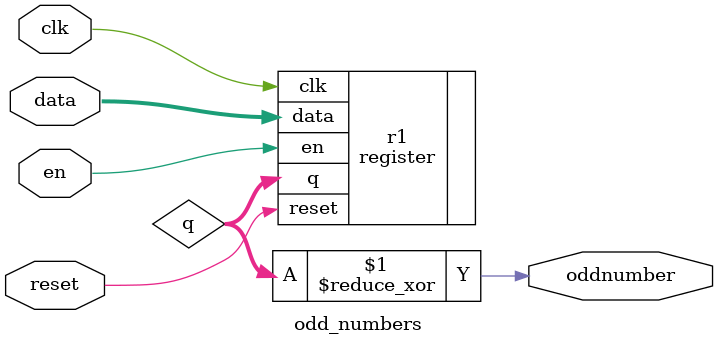
<source format=sv>
`timescale 1ns / 1ps


module odd_numbers(
      input logic [7:0] data,
    input logic clk,
    input logic reset,
    input logic en, // enable
    output logic oddnumber               // output
    );
    logic [7:0] q ;
 register r1(
 .data(data),
 .clk(clk),
 .reset(reset),
 .en(en),
  .q(q) 
  );    

//assign oddnumber = q[7] ^ q[6] ^q[5] ^ q[4]^ q[3] ^ q[2]^q[1] ^ q[0] ;
  assign oddnumber = ^q ;
endmodule

</source>
